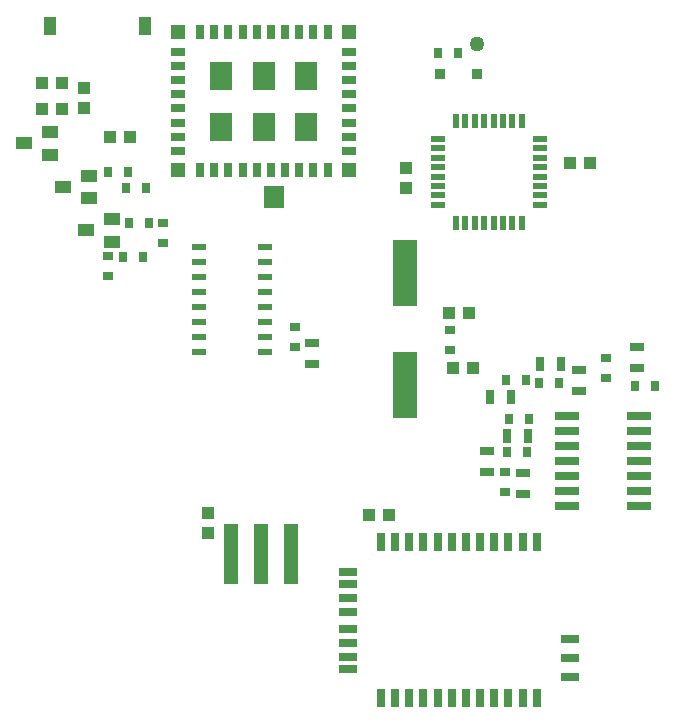
<source format=gtp>
G75*
%MOIN*%
%OFA0B0*%
%FSLAX25Y25*%
%IPPOS*%
%LPD*%
%AMOC8*
5,1,8,0,0,1.08239X$1,22.5*
%
%ADD10C,0.05000*%
%ADD11R,0.03937X0.05906*%
%ADD12R,0.03150X0.04724*%
%ADD13R,0.04724X0.03150*%
%ADD14R,0.04331X0.03937*%
%ADD15R,0.03937X0.04331*%
%ADD16R,0.03543X0.03740*%
%ADD17R,0.05512X0.03937*%
%ADD18R,0.03000X0.03700*%
%ADD19R,0.03700X0.03000*%
%ADD20R,0.06800X0.07700*%
%ADD21R,0.08300X0.22000*%
%ADD22R,0.03150X0.06299*%
%ADD23R,0.06299X0.03150*%
%ADD24R,0.04724X0.02362*%
%ADD25R,0.02756X0.04724*%
%ADD26R,0.04724X0.02756*%
%ADD27R,0.07480X0.09449*%
%ADD28R,0.04724X0.04724*%
%ADD29R,0.04921X0.01969*%
%ADD30R,0.01969X0.04921*%
%ADD31R,0.05000X0.20000*%
%ADD32R,0.08000X0.02600*%
D10*
X0233300Y0226800D03*
D11*
X0122548Y0232800D03*
X0091052Y0232800D03*
D12*
X0237757Y0109300D03*
X0244843Y0109300D03*
X0243257Y0096300D03*
X0250343Y0096300D03*
X0254257Y0120300D03*
X0261343Y0120300D03*
D13*
X0267300Y0118343D03*
X0267300Y0111257D03*
X0286800Y0118757D03*
X0286800Y0125843D03*
X0236800Y0091343D03*
X0236800Y0084257D03*
X0248800Y0083843D03*
X0248800Y0076757D03*
X0178300Y0120257D03*
X0178300Y0127343D03*
D14*
X0223954Y0137300D03*
X0230646Y0137300D03*
X0232146Y0118800D03*
X0225454Y0118800D03*
X0204146Y0069800D03*
X0197454Y0069800D03*
X0264454Y0187300D03*
X0271146Y0187300D03*
X0117646Y0195800D03*
X0110954Y0195800D03*
X0095146Y0205300D03*
X0088454Y0205300D03*
X0088454Y0213800D03*
X0095146Y0213800D03*
D15*
X0143800Y0063954D03*
X0143800Y0070646D03*
X0209800Y0178954D03*
X0209800Y0185646D03*
X0102300Y0205454D03*
X0102300Y0212146D03*
D16*
X0221099Y0216800D03*
X0233501Y0216800D03*
D17*
X0111631Y0168540D03*
X0111631Y0161060D03*
X0102969Y0164800D03*
X0104131Y0175560D03*
X0104131Y0183040D03*
X0095469Y0179300D03*
X0091131Y0190060D03*
X0091131Y0197540D03*
X0082469Y0193800D03*
D18*
X0110500Y0184300D03*
X0116500Y0178800D03*
X0117100Y0184300D03*
X0123100Y0178800D03*
X0124100Y0167300D03*
X0117500Y0167300D03*
X0115500Y0155800D03*
X0122100Y0155800D03*
X0220500Y0223800D03*
X0227100Y0223800D03*
X0243000Y0114800D03*
X0249600Y0114800D03*
X0254000Y0113800D03*
X0260600Y0113800D03*
X0250600Y0101800D03*
X0244000Y0101800D03*
X0243500Y0090800D03*
X0250100Y0090800D03*
X0286000Y0112800D03*
X0292600Y0112800D03*
D19*
X0276300Y0115500D03*
X0276300Y0122100D03*
X0242800Y0084100D03*
X0242800Y0077500D03*
X0224300Y0125000D03*
X0224300Y0131600D03*
X0172800Y0132600D03*
X0172800Y0126000D03*
X0128800Y0160500D03*
X0128800Y0167100D03*
X0110300Y0156100D03*
X0110300Y0149500D03*
D20*
X0165600Y0175950D03*
D21*
X0209300Y0150500D03*
X0209300Y0113100D03*
D22*
X0210765Y0060784D03*
X0215489Y0060784D03*
X0220213Y0060784D03*
X0224938Y0060784D03*
X0229662Y0060784D03*
X0234387Y0060784D03*
X0239111Y0060784D03*
X0243835Y0060784D03*
X0248560Y0060784D03*
X0253284Y0060784D03*
X0206040Y0060784D03*
X0201316Y0060784D03*
X0201316Y0008816D03*
X0206040Y0008816D03*
X0210765Y0008816D03*
X0215489Y0008816D03*
X0220213Y0008816D03*
X0224938Y0008816D03*
X0229662Y0008816D03*
X0234387Y0008816D03*
X0239111Y0008816D03*
X0243835Y0008816D03*
X0248560Y0008816D03*
X0253284Y0008816D03*
D23*
X0264308Y0015902D03*
X0264308Y0022202D03*
X0264308Y0028501D03*
X0190292Y0027320D03*
X0190292Y0032044D03*
X0190292Y0037556D03*
X0190292Y0042280D03*
X0190292Y0047005D03*
X0190292Y0051029D03*
X0190292Y0022595D03*
X0190292Y0018571D03*
D24*
X0162824Y0124300D03*
X0162824Y0129300D03*
X0162824Y0134300D03*
X0162824Y0139300D03*
X0162824Y0144300D03*
X0162824Y0149300D03*
X0162824Y0154300D03*
X0162824Y0159300D03*
X0140776Y0159300D03*
X0140776Y0154300D03*
X0140776Y0149300D03*
X0140776Y0144300D03*
X0140776Y0139300D03*
X0140776Y0134300D03*
X0140776Y0129300D03*
X0140776Y0124300D03*
D25*
X0141040Y0184769D03*
X0145765Y0184769D03*
X0150489Y0184769D03*
X0155213Y0184769D03*
X0159938Y0184769D03*
X0164662Y0184769D03*
X0169387Y0184769D03*
X0174111Y0184769D03*
X0178835Y0184769D03*
X0183560Y0184769D03*
X0183560Y0230831D03*
X0178835Y0230831D03*
X0174111Y0230831D03*
X0169387Y0230831D03*
X0164662Y0230831D03*
X0159938Y0230831D03*
X0155213Y0230831D03*
X0150489Y0230831D03*
X0145765Y0230831D03*
X0141040Y0230831D03*
D26*
X0133757Y0224335D03*
X0133757Y0219611D03*
X0133757Y0214887D03*
X0133757Y0210162D03*
X0133757Y0205438D03*
X0133757Y0200713D03*
X0133757Y0195989D03*
X0133757Y0191265D03*
X0190843Y0191265D03*
X0190843Y0195989D03*
X0190843Y0200713D03*
X0190843Y0205438D03*
X0190843Y0210162D03*
X0190843Y0214887D03*
X0190843Y0219611D03*
X0190843Y0224335D03*
D27*
X0176473Y0216265D03*
X0162300Y0216265D03*
X0148127Y0216265D03*
X0148127Y0199335D03*
X0162300Y0199335D03*
X0176473Y0199335D03*
D28*
X0190843Y0184769D03*
X0133757Y0184769D03*
X0133757Y0230831D03*
X0190843Y0230831D03*
D29*
X0220400Y0195324D03*
X0220400Y0192174D03*
X0220400Y0189024D03*
X0220400Y0185875D03*
X0220400Y0182725D03*
X0220400Y0179576D03*
X0220400Y0176426D03*
X0220400Y0173276D03*
X0254200Y0173276D03*
X0254200Y0176426D03*
X0254200Y0179576D03*
X0254200Y0182725D03*
X0254200Y0185875D03*
X0254200Y0189024D03*
X0254200Y0192174D03*
X0254200Y0195324D03*
D30*
X0248324Y0201200D03*
X0245174Y0201200D03*
X0242024Y0201200D03*
X0238875Y0201200D03*
X0235725Y0201200D03*
X0232576Y0201200D03*
X0229426Y0201200D03*
X0226276Y0201200D03*
X0226276Y0167400D03*
X0229426Y0167400D03*
X0232576Y0167400D03*
X0235725Y0167400D03*
X0238875Y0167400D03*
X0242024Y0167400D03*
X0245174Y0167400D03*
X0248324Y0167400D03*
D31*
X0171300Y0057050D03*
X0161300Y0057050D03*
X0151300Y0057050D03*
D32*
X0263200Y0072800D03*
X0263200Y0077800D03*
X0263200Y0082800D03*
X0263200Y0087800D03*
X0263200Y0092800D03*
X0263200Y0097800D03*
X0263200Y0102800D03*
X0287400Y0102800D03*
X0287400Y0097800D03*
X0287400Y0092800D03*
X0287400Y0087800D03*
X0287400Y0082800D03*
X0287400Y0077800D03*
X0287400Y0072800D03*
M02*

</source>
